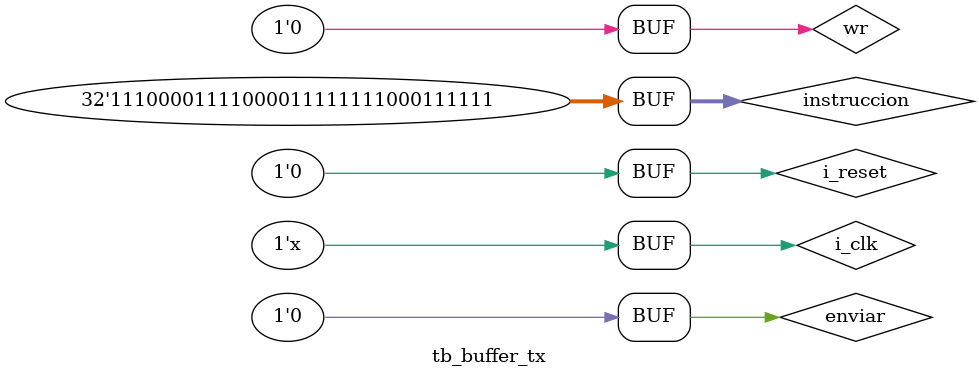
<source format=v>
`timescale 1ns / 1ps


module tb_buffer_tx
#( // Default setting:
		// 38,400 baud, 8 data bits, 1 stop bit, 2^2 FIFO 
		parameter 	DBIT = 8,			// # data bits
					SB_TICK = 16, 		// # ticks for stop bits,
										// 16/24/32 for 1/1.5/2 bits
					DVSR = 163,			// baud rate divisor
										// DVSR = 100MHZ/(16 * baud rate)
					DVSR_BIT = 8, 		// # bits of DVSR
					FIFO_W = 2	,		// # addr bits of FIFO
										// # words i n FIFO=2"FIFO-W
										
					
					NB_DATA = 8,                   
       				NB_CODE = 6,                  
       				NB_STATE = 2);

    reg                         i_clk;
    reg                         i_reset;  
    reg                [31:0]   instruccion;
    wire                         done;
    wire               [7:0]     parte;
    reg                         enviar;   
    wire                     epmty;
    wire                    tick;
    wire                     tx_done_tick;
    wire                    tx;
    reg                     wr;


   initial begin
      i_clk = 1'b0;
      i_reset = 1'b1;
      enviar=1'b0;
      #10
      i_reset = 1'b0;
      enviar=1'b1;
      instruccion = 32'b11111111000000001111111100000000;
        
      #20
      instruccion = 32'b11110000111100001111111100011000;
      
      #20
      instruccion = 32'b111100001111000011111111000111111;
      
      #20
      enviar=1'b0; 
      
      #10
      wr= 1'b1;
      
      #20
      wr= 1'b0;

                
     end

    // CLOCK_GENERATION
    always #10 i_clk = ~i_clk;

    instruc_buffer
    #(
    )
    u_instruc_buffer
    (
        .clk                (i_clk),              
        .reset              (i_reset), 
        .done                 (done),
        .wr                  (wr),
        .enviar             (enviar),
        .tx_done_tick       (tx_done_tick),     
        .entrada             (instruccion), 
        .parte                (parte),
        .empty               (empty)           

  );
  	uart_tx #( .DBIT(DBIT), .SB_TICK(SB_TICK)) uart_tx_unit
		( .clk(i_clk), .reset(i_reset), .tx_start(empty), 
		.s_tick(tick), .din(parte),
		.tx_done_tick(tx_done_tick), .tx(tx));	
		
    	mod_m_counter #(.M(DVSR), .N(DVSR_BIT)) baud_gen_unit
		( .clk(i_clk), .reset(i_reset), .q(), .max_tick(tick));
endmodule
</source>
